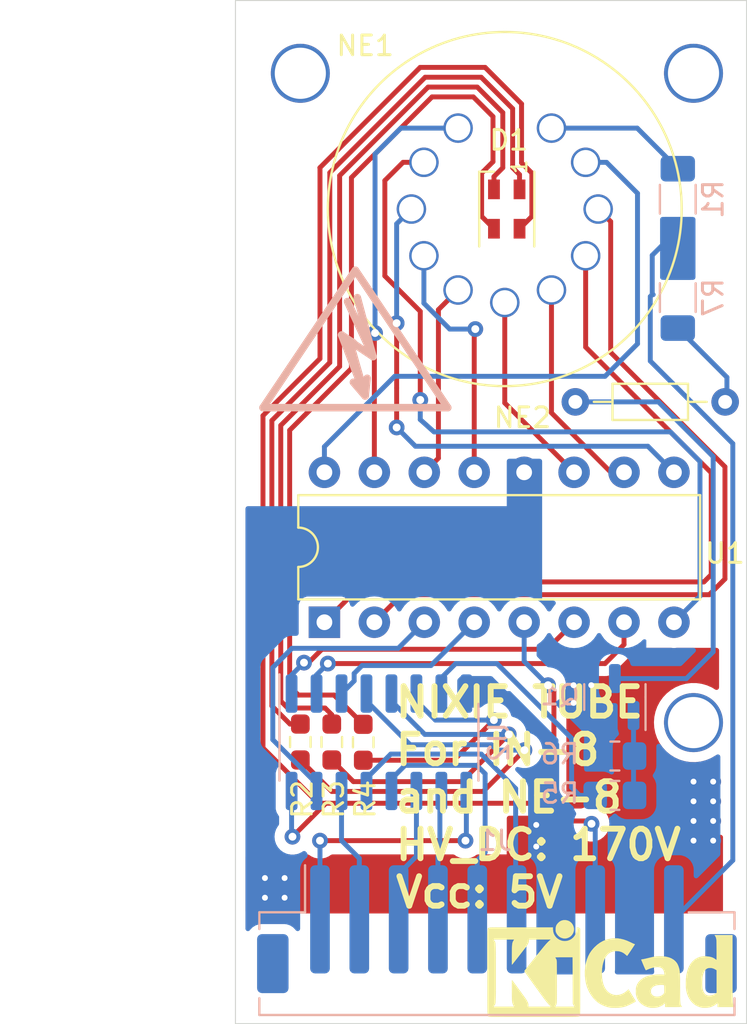
<source format=kicad_pcb>
(kicad_pcb (version 20211014) (generator pcbnew)
  (layers (0 "F.Cu" signal) (31 "B.Cu" signal) (34 "B.Paste" user) (35 "F.Paste" user) (36 "B.SilkS" user "B.Silkscreen") (37 "F.SilkS" user "F.Silkscreen") (38 "B.Mask" user) (39 "F.Mask" user) (44 "Edge.Cuts" user))
  (net 0 "")
  (net 1 "Net-(NE1-Pad11)")
  (net 2 "Net-(NE1-Pad10)")
  (net 3 "Net-(NE1-Pad9)")
  (net 4 "Net-(NE1-Pad8)")
  (net 5 "Net-(NE1-Pad7)")
  (net 6 "Net-(NE1-Pad6)")
  (net 7 "Net-(NE1-Pad5)")
  (net 8 "Net-(NE1-Pad4)")
  (net 9 "Net-(NE1-Pad3)")
  (net 10 "Net-(NE1-Pad2)")
  (net 11 "Net-(NE1-Pad1)")
  (net 12 "Net-(U1-Pad7)")
  (net 13 "Net-(U1-Pad6)")
  (net 14 "Net-(D1-Pad3)")
  (net 15 "+5V")
  (net 16 "Net-(U1-Pad4)")
  (net 17 "Net-(U1-Pad3)")
  (net 18 "Net-(D1-Pad2)")
  (net 19 "Net-(D1-Pad1)")
  (net 20 "/SER_OUT")
  (net 21 "/SER_IN")
  (net 22 "/SER_CLK")
  (net 23 "/SER_CLR")
  (net 24 "/LATCH")
  (net 25 "/EN")
  (net 26 "GND")
  (net 27 "/HV_DC")
  (net 28 "Net-(NE2-Pad1)")
  (net 29 "Net-(NE2-Pad2)")
  (net 30 "Net-(Q1-Pad1)")
  (net 31 "Net-(R2-Pad2)")
  (net 32 "Net-(R3-Pad2)")
  (net 33 "Net-(R4-Pad2)")
  (net 34 "Net-(R5-Pad1)")
  (footprint "NixieClock:IN-8" (layer "F.Cu") (at 33.5 38.9)
    (fp_text reference "NE1" (at -7.2 -8.3) (layer "F.SilkS"))
    (fp_text value "IN-8")
    (pad "1" thru_hole circle locked (at -2.475 -4.114) (size 1.5 1.5) (drill 1.25) (layers *.Cu *.Mask) (net 11 "Net-(NE1-Pad1)"))
    (pad "2" thru_hole circle locked (at -4.21381 -2.375329) (size 1.5 1.5) (drill 1.25) (layers *.Cu *.Mask) (net 10 "Net-(NE1-Pad2)"))
    (pad "3" thru_hole circle locked (at -4.850329 -0.00019) (size 1.5 1.5) (drill 1.25) (layers *.Cu *.Mask) (net 9 "Net-(NE1-Pad3)"))
    (pad "4" thru_hole circle locked (at -4.214 2.375) (size 1.5 1.5) (drill 1.25) (layers *.Cu *.Mask) (net 8 "Net-(NE1-Pad4)"))
    (pad "5" thru_hole circle locked (at -2.475329 4.11381) (size 1.5 1.5) (drill 1.25) (layers *.Cu *.Mask) (net 7 "Net-(NE1-Pad5)"))
    (pad "6" thru_hole circle locked (at -0.10019 4.750329) (size 1.5 1.5) (drill 1.25) (layers *.Cu *.Mask) (net 6 "Net-(NE1-Pad6)"))
    (pad "7" thru_hole circle locked (at 2.275 4.114) (size 1.5 1.5) (drill 1.25) (layers *.Cu *.Mask) (net 5 "Net-(NE1-Pad7)"))
    (pad "8" thru_hole circle locked (at 4.01381 2.375329) (size 1.5 1.5) (drill 1.25) (layers *.Cu *.Mask) (net 4 "Net-(NE1-Pad8)"))
    (pad "9" thru_hole circle locked (at 4.650329 0.00019) (size 1.5 1.5) (drill 1.25) (layers *.Cu *.Mask) (net 3 "Net-(NE1-Pad9)"))
    (pad "10" thru_hole circle locked (at 4.014 -2.375) (size 1.5 1.5) (drill 1.25) (layers *.Cu *.Mask) (net 2 "Net-(NE1-Pad10)"))
    (pad "11" thru_hole circle locked (at 2.275329 -4.11381) (size 1.5 1.5) (drill 1.25) (layers *.Cu *.Mask) (net 1 "Net-(NE1-Pad11)"))
  )
  (footprint "Package_DIP:DIP-16_W7.62mm" (layer "F.Cu") (at 24.225 59.9 90)
    (fp_text reference "U1" (at 3.5 20.375 180) (layer "F.SilkS"))
    (fp_text value "74141N")
    (pad "1" thru_hole rect locked (at 0 0 90) (size 1.6 1.6) (drill 0.8) (layers *.Cu *.Mask) (net 4 "Net-(NE1-Pad8)"))
    (pad "2" thru_hole oval locked (at 0 2.54 90) (size 1.6 1.6) (drill 0.8) (layers *.Cu *.Mask) (net 3 "Net-(NE1-Pad9)"))
    (pad "3" thru_hole oval locked (at 0 5.08 90) (size 1.6 1.6) (drill 0.8) (layers *.Cu *.Mask) (net 17 "Net-(U1-Pad3)"))
    (pad "4" thru_hole oval locked (at 0 7.62 90) (size 1.6 1.6) (drill 0.8) (layers *.Cu *.Mask) (net 16 "Net-(U1-Pad4)"))
    (pad "5" thru_hole oval locked (at 0 10.16 90) (size 1.6 1.6) (drill 0.8) (layers *.Cu *.Mask) (net 15 "+5V"))
    (pad "6" thru_hole oval locked (at 0 12.7 90) (size 1.6 1.6) (drill 0.8) (layers *.Cu *.Mask) (net 13 "Net-(U1-Pad6)"))
    (pad "7" thru_hole oval locked (at 0 15.24 90) (size 1.6 1.6) (drill 0.8) (layers *.Cu *.Mask) (net 12 "Net-(U1-Pad7)"))
    (pad "8" thru_hole oval locked (at 0 17.78 90) (size 1.6 1.6) (drill 0.8) (layers *.Cu *.Mask) (net 10 "Net-(NE1-Pad2)"))
    (pad "9" thru_hole oval locked (at 7.62 17.78 90) (size 1.6 1.6) (drill 0.8) (layers *.Cu *.Mask) (net 9 "Net-(NE1-Pad3)"))
    (pad "10" thru_hole oval locked (at 7.62 15.24 90) (size 1.6 1.6) (drill 0.8) (layers *.Cu *.Mask) (net 5 "Net-(NE1-Pad7)"))
    (pad "11" thru_hole oval locked (at 7.62 12.7 90) (size 1.6 1.6) (drill 0.8) (layers *.Cu *.Mask) (net 6 "Net-(NE1-Pad6)"))
    (pad "12" thru_hole oval locked (at 7.62 10.16 90) (size 1.6 1.6) (drill 0.8) (layers *.Cu *.Mask) (net 26 "GND"))
    (pad "13" thru_hole oval locked (at 7.62 7.62 90) (size 1.6 1.6) (drill 0.8) (layers *.Cu *.Mask) (net 8 "Net-(NE1-Pad4)"))
    (pad "14" thru_hole oval locked (at 7.62 5.08 90) (size 1.6 1.6) (drill 0.8) (layers *.Cu *.Mask) (net 7 "Net-(NE1-Pad5)"))
    (pad "15" thru_hole oval locked (at 7.62 2.54 90) (size 1.6 1.6) (drill 0.8) (layers *.Cu *.Mask) (net 11 "Net-(NE1-Pad1)"))
    (pad "16" thru_hole oval locked (at 7.62 0 90) (size 1.6 1.6) (drill 0.8) (layers *.Cu *.Mask) (net 2 "Net-(NE1-Pad10)"))
  )
  (footprint "Resistor_SMD:R_0603_1608Metric_Pad0.98x0.95mm_HandSolder" (layer "F.Cu") (at 26.2 66 -90)
    (fp_text reference "R4" (at 2.9 -0.1 -90) (layer "F.SilkS"))
    (fp_text value "100")
    (pad "1" smd roundrect locked (at -0.9125 0 270) (size 0.975 0.95) (layers "F.Cu" "F.Paste" "F.Mask") (net 14 "Net-(D1-Pad3)"))
    (pad "2" smd roundrect locked (at 0.9125 0 270) (size 0.975 0.95) (layers "F.Cu" "F.Paste" "F.Mask") (net 33 "Net-(R4-Pad2)"))
  )
  (footprint "Resistor_SMD:R_0603_1608Metric_Pad0.98x0.95mm_HandSolder" (layer "F.Cu") (at 24.6 65.9875 -90)
    (fp_text reference "R3" (at 2.9125 -0.1 90) (layer "F.SilkS"))
    (fp_text value "100")
    (pad "1" smd roundrect locked (at -0.9125 0 270) (size 0.975 0.95) (layers "F.Cu" "F.Paste" "F.Mask") (net 18 "Net-(D1-Pad2)"))
    (pad "2" smd roundrect locked (at 0.9125 0 270) (size 0.975 0.95) (layers "F.Cu" "F.Paste" "F.Mask") (net 32 "Net-(R3-Pad2)"))
  )
  (footprint "Resistor_SMD:R_0603_1608Metric_Pad0.98x0.95mm_HandSolder" (layer "F.Cu") (at 23 65.9875 -90)
    (fp_text reference "R2" (at 2.9125 -0.1 -90) (layer "F.SilkS"))
    (fp_text value "150")
    (pad "1" smd roundrect locked (at -0.9125 0 270) (size 0.975 0.95) (layers "F.Cu" "F.Paste" "F.Mask") (net 19 "Net-(D1-Pad1)"))
    (pad "2" smd roundrect locked (at 0.9125 0 270) (size 0.975 0.95) (layers "F.Cu" "F.Paste" "F.Mask") (net 31 "Net-(R2-Pad2)"))
  )
  (footprint "LED_SMD:LED_SK6805_PLCC4_2.4x2.7mm_P1.3mm" (layer "F.Cu") (at 33.5 38.9 -90)
    (fp_text reference "D1" (at -3.5 -0.1 180) (layer "F.SilkS"))
    (fp_text value "LED_RGBA")
    (fp_text user "1" (at -2.15 -0.65 90) (layer "F.SilkS") (effects (font (size 0.75 0.75) (thickness 0.12))))
    (pad "1" smd rect locked (at -1 -0.65 270) (size 1 0.6) (layers "F.Cu" "F.Paste" "F.Mask") (net 19 "Net-(D1-Pad1)"))
    (pad "2" smd rect locked (at -1 0.65 270) (size 1 0.6) (layers "F.Cu" "F.Paste" "F.Mask") (net 18 "Net-(D1-Pad2)"))
    (pad "3" smd rect locked (at 1 0.65 270) (size 1 0.6) (layers "F.Cu" "F.Paste" "F.Mask") (net 14 "Net-(D1-Pad3)"))
    (pad "4" smd rect locked (at 1 -0.65 270) (size 1 0.6) (layers "F.Cu" "F.Paste" "F.Mask") (net 15 "+5V"))
  )
  (footprint "Symbol:KiCad-Logo_5mm_SilkScreen" (layer "F.Cu") (at 38.794302 78.017938)
    (fp_text reference "REF**" hide)
    (fp_text value "KiCad-Logo_5mm_SilkScreen" hide)
  )
  (footprint "Resistor_THT:R_Axial_DIN0204_L3.6mm_D1.6mm_P7.62mm_Horizontal" (layer "F.Cu") (at 36.99 48.7)
    (fp_text reference "NE2" (at -2.69 0.8) (layer "F.SilkS"))
    (fp_text value "Lamp_Neon")
    (pad "1" thru_hole circle locked (at 0 0) (size 1.4 1.4) (drill 0.7) (layers *.Cu *.Mask) (net 28 "Net-(NE2-Pad1)"))
    (pad "2" thru_hole oval locked (at 7.62 0) (size 1.4 1.4) (drill 0.7) (layers *.Cu *.Mask) (net 29 "Net-(NE2-Pad2)"))
  )
  (footprint "Package_TO_SOT_SMD:SOT-23" (layer "B.Cu") (at 39 63.7 90)
    (fp_text reference "Q1" (at 0.1 -2.8 180) (layer "B.SilkS") (effects (justify mirror)))
    (fp_text value "MMBTA42")
    (pad "1" smd roundrect locked (at -0.9375 0.95 90) (size 1.475 0.6) (layers "B.Cu" "B.Paste" "B.Mask") (net 30 "Net-(Q1-Pad1)"))
    (pad "2" smd roundrect locked (at -0.9375 -0.95 90) (size 1.475 0.6) (layers "B.Cu" "B.Paste" "B.Mask") (net 26 "GND"))
    (pad "3" smd roundrect locked (at 0.9375 0 90) (size 1.475 0.6) (layers "B.Cu" "B.Paste" "B.Mask") (net 28 "Net-(NE2-Pad1)"))
  )
  (footprint "Resistor_SMD:R_0805_2012Metric_Pad1.20x1.40mm_HandSolder" (layer "B.Cu") (at 39 68.7)
    (fp_text reference "R5" (at -2.8 -0.1) (layer "B.SilkS") (effects (justify mirror)))
    (fp_text value "100k")
    (pad "1" smd roundrect locked (at -1 0) (size 1.2 1.4) (layers "B.Cu" "B.Paste" "B.Mask") (roundrect_rratio 0.2083333333) (net 34 "Net-(R5-Pad1)"))
    (pad "2" smd roundrect locked (at 1 0) (size 1.2 1.4) (layers "B.Cu" "B.Paste" "B.Mask") (roundrect_rratio 0.2083333333) (net 30 "Net-(Q1-Pad1)"))
  )
  (footprint "Connector_JST:JST_PH_B10B-PH-SM4-TB_1x10-1MP_P2.00mm_Vertical" (layer "B.Cu") (at 33 75.5)
    (fp_text reference "J1" (at -0.1 -4.5) (layer "B.SilkS") (effects (justify mirror)))
    (fp_text value "Conn_01x10")
    (pad "1" smd roundrect locked (at -9 -0.5) (size 1 5.5) (layers "B.Cu" "B.Paste" "B.Mask") (net 20 "/SER_OUT"))
    (pad "2" smd roundrect locked (at -7 -0.5) (size 1 5.5) (layers "B.Cu" "B.Paste" "B.Mask") (net 21 "/SER_IN"))
    (pad "3" smd roundrect locked (at -5 -0.5) (size 1 5.5) (layers "B.Cu" "B.Paste" "B.Mask") (net 22 "/SER_CLK"))
    (pad "4" smd roundrect locked (at -3 -0.5) (size 1 5.5) (layers "B.Cu" "B.Paste" "B.Mask") (net 23 "/SER_CLR"))
    (pad "5" smd roundrect locked (at -1 -0.5) (size 1 5.5) (layers "B.Cu" "B.Paste" "B.Mask") (net 24 "/LATCH"))
    (pad "6" smd roundrect locked (at 1 -0.5) (size 1 5.5) (layers "B.Cu" "B.Paste" "B.Mask") (net 25 "/EN"))
    (pad "7" smd roundrect locked (at 3 -0.5) (size 1 5.5) (layers "B.Cu" "B.Paste" "B.Mask") (net 26 "GND"))
    (pad "8" smd roundrect locked (at 5 -0.5) (size 1 5.5) (layers "B.Cu" "B.Paste" "B.Mask") (net 15 "+5V"))
    (pad "9" smd roundrect locked (at 7 -0.5) (size 1 5.5) (layers "B.Cu" "B.Paste" "B.Mask") (net 26 "GND"))
    (pad "10" smd roundrect locked (at 9 -0.5) (size 1 5.5) (layers "B.Cu" "B.Paste" "B.Mask") (net 27 "/HV_DC"))
    (pad "MP" smd roundrect locked (at -11.4 1.75) (size 1.6 3) (layers "B.Cu" "B.Paste" "B.Mask") (roundrect_rratio 0.15625))
    (pad "MP" smd roundrect locked (at 11.4 1.75) (size 1.6 3) (layers "B.Cu" "B.Paste" "B.Mask") (roundrect_rratio 0.15625))
  )
  (footprint "Resistor_SMD:R_0805_2012Metric_Pad1.20x1.40mm_HandSolder" (layer "B.Cu") (at 39 66.7)
    (fp_text reference "R6" (at -2.8 -0.1) (layer "B.SilkS") (effects (justify mirror)))
    (fp_text value "1M")
    (pad "1" smd roundrect locked (at -1 0) (size 1.2 1.4) (layers "B.Cu" "B.Paste" "B.Mask") (roundrect_rratio 0.2083333333) (net 26 "GND"))
    (pad "2" smd roundrect locked (at 1 0) (size 1.2 1.4) (layers "B.Cu" "B.Paste" "B.Mask") (roundrect_rratio 0.2083333333) (net 30 "Net-(Q1-Pad1)"))
  )
  (footprint "Package_SO:SOIC-16_3.9x9.9mm_P1.27mm" (layer "B.Cu") (at 27 66 -90)
    (fp_text reference "U2" (at 0 -6.1 -90) (layer "B.SilkS") (effects (justify mirror)))
    (fp_text value "74AHC595")
    (pad "1" smd roundrect locked (at -2.475 4.445 270) (size 1.95 0.6) (layers "B.Cu" "B.Paste" "B.Mask") (net 13 "Net-(U1-Pad6)"))
    (pad "2" smd roundrect locked (at -2.475 3.175 270) (size 1.95 0.6) (layers "B.Cu" "B.Paste" "B.Mask") (net 12 "Net-(U1-Pad7)"))
    (pad "3" smd roundrect locked (at -2.475 1.905 270) (size 1.95 0.6) (layers "B.Cu" "B.Paste" "B.Mask") (net 16 "Net-(U1-Pad4)"))
    (pad "4" smd roundrect locked (at -2.475 0.635 270) (size 1.95 0.6) (layers "B.Cu" "B.Paste" "B.Mask") (net 31 "Net-(R2-Pad2)"))
    (pad "5" smd roundrect locked (at -2.475 -0.635 270) (size 1.95 0.6) (layers "B.Cu" "B.Paste" "B.Mask") (net 32 "Net-(R3-Pad2)"))
    (pad "6" smd roundrect locked (at -2.475 -1.905 270) (size 1.95 0.6) (layers "B.Cu" "B.Paste" "B.Mask") (net 33 "Net-(R4-Pad2)"))
    (pad "7" smd roundrect locked (at -2.475 -3.175 270) (size 1.95 0.6) (layers "B.Cu" "B.Paste" "B.Mask") (net 34 "Net-(R5-Pad1)"))
    (pad "8" smd roundrect locked (at -2.475 -4.445 270) (size 1.95 0.6) (layers "B.Cu" "B.Paste" "B.Mask") (net 26 "GND"))
    (pad "9" smd roundrect locked (at 2.475 -4.445 270) (size 1.95 0.6) (layers "B.Cu" "B.Paste" "B.Mask") (net 20 "/SER_OUT"))
    (pad "10" smd roundrect locked (at 2.475 -3.175 270) (size 1.95 0.6) (layers "B.Cu" "B.Paste" "B.Mask") (net 23 "/SER_CLR"))
    (pad "11" smd roundrect locked (at 2.475 -1.905 270) (size 1.95 0.6) (layers "B.Cu" "B.Paste" "B.Mask") (net 22 "/SER_CLK"))
    (pad "12" smd roundrect locked (at 2.475 -0.635 270) (size 1.95 0.6) (layers "B.Cu" "B.Paste" "B.Mask") (net 24 "/LATCH"))
    (pad "13" smd roundrect locked (at 2.475 0.635 270) (size 1.95 0.6) (layers "B.Cu" "B.Paste" "B.Mask") (net 25 "/EN"))
    (pad "14" smd roundrect locked (at 2.475 1.905 270) (size 1.95 0.6) (layers "B.Cu" "B.Paste" "B.Mask") (net 21 "/SER_IN"))
    (pad "15" smd roundrect locked (at 2.475 3.175 270) (size 1.95 0.6) (layers "B.Cu" "B.Paste" "B.Mask") (net 17 "Net-(U1-Pad3)"))
    (pad "16" smd roundrect locked (at 2.475 4.445 270) (size 1.95 0.6) (layers "B.Cu" "B.Paste" "B.Mask") (net 15 "+5V"))
  )
  (footprint "NixieClock:Symbol_HighVoltage_Type2_SilkScreen_VerySmall" (layer "B.Cu") (at 25.8 46.2 180)
    (fp_text reference "REF**" hide)
    (fp_text value "Symbol_HighVoltage_Type2_SilkScreen_VerySmall")
  )
  (footprint "Resistor_SMD:R_1206_3216Metric_Pad1.30x1.75mm_HandSolder" (layer "B.Cu") (at 42.2 43.4 -90)
    (fp_text reference "R7" (at 0 -1.8 90) (layer "B.SilkS") (effects (justify mirror)))
    (fp_text value "150k")
    (pad "1" smd roundrect locked (at -1.55 0 270) (size 1.3 1.75) (layers "B.Cu" "B.Paste" "B.Mask") (roundrect_rratio 0.1923076923) (net 27 "/HV_DC"))
    (pad "2" smd roundrect locked (at 1.55 0 270) (size 1.3 1.75) (layers "B.Cu" "B.Paste" "B.Mask") (roundrect_rratio 0.1923076923) (net 29 "Net-(NE2-Pad2)"))
  )
  (footprint "Resistor_SMD:R_1206_3216Metric_Pad1.30x1.75mm_HandSolder" (layer "B.Cu") (at 42.2 38.4 90)
    (fp_text reference "R1" (at 0 1.8 90) (layer "B.SilkS") (effects (justify mirror)))
    (fp_text value "8k")
    (pad "1" smd roundrect locked (at -1.55 0 90) (size 1.3 1.75) (layers "B.Cu" "B.Paste" "B.Mask") (roundrect_rratio 0.1923076923) (net 27 "/HV_DC"))
    (pad "2" smd roundrect locked (at 1.55 0 90) (size 1.3 1.75) (layers "B.Cu" "B.Paste" "B.Mask") (roundrect_rratio 0.1923076923) (net 1 "Net-(NE1-Pad11)"))
  )
  (gr_poly (pts (xy 45.7 80.3) (xy 19.7 80.3) (xy 19.7 28.3) (xy 45.7 28.3)) (layer "Edge.Cuts") (width 0.05) (fill none))
  (gr_text "NIXIE TUBE\nFor IN-8 \nand NE-8\nHV_DC: 170V\nVcc: 5V" (at 27.7 68.8) (layer "F.SilkS") (effects (font (size 1.5 1.5) (thickness 0.3)) (justify left)))
  (via (at 43 32) (size 3) (drill 2.6) (layers "F.Cu" "B.Cu") (net 0))
  (via (at 43 65) (size 3) (drill 2.6) (layers "F.Cu" "B.Cu") (net 0))
  (via (at 23 32) (size 3) (drill 2.6) (layers "F.Cu" "B.Cu") (net 0))
  (segment (start 40.13619 34.78619) (end 42.2 36.85) (width 0.25) (layer "B.Cu") (net 1))
  (segment (start 35.775329 34.78619) (end 40.13619 34.78619) (width 0.25) (layer "B.Cu") (net 1))
  (segment (start 27.8 47.4) (end 38.5 47.4) (width 0.25) (layer "B.Cu") (net 2))
  (segment (start 40.150969 38.101309) (end 38.57466 36.525) (width 0.25) (layer "B.Cu") (net 2))
  (segment (start 38.57466 36.525) (end 37.514 36.525) (width 0.25) (layer "B.Cu") (net 2))
  (segment (start 40.150969 45.749031) (end 40.150969 38.101309) (width 0.25) (layer "B.Cu") (net 2))
  (segment (start 38.5 47.4) (end 40.150969 45.749031) (width 0.25) (layer "B.Cu") (net 2))
  (segment (start 24.225 52.28) (end 24.225 50.975) (width 0.25) (layer "B.Cu") (net 2))
  (segment (start 24.225 50.975) (end 27.8 47.4) (width 0.25) (layer "B.Cu") (net 2))
  (segment (start 38.788321 39.538182) (end 38.150329 38.90019) (width 0.25) (layer "F.Cu") (net 3))
  (segment (start 44.6 57.7) (end 44.6 52) (width 0.25) (layer "F.Cu") (net 3))
  (segment (start 44.6 52) (end 38.788321 46.188321) (width 0.25) (layer "F.Cu") (net 3))
  (segment (start 43.8 58.5) (end 44.6 57.7) (width 0.25) (layer "F.Cu") (net 3))
  (segment (start 28.165 58.5) (end 43.8 58.5) (width 0.25) (layer "F.Cu") (net 3))
  (segment (start 26.765 59.9) (end 28.165 58.5) (width 0.25) (layer "F.Cu") (net 3))
  (segment (start 38.788321 46.188321) (end 38.788321 39.538182) (width 0.25) (layer "F.Cu") (net 3))
  (segment (start 43.9 57.481452) (end 43.9 52.301857) (width 0.25) (layer "F.Cu") (net 4))
  (segment (start 43.530963 57.850489) (end 43.9 57.481452) (width 0.25) (layer "F.Cu") (net 4))
  (segment (start 37.51381 45.915667) (end 37.51381 41.275329) (width 0.25) (layer "F.Cu") (net 4))
  (segment (start 24.225 59.9) (end 26.274511 57.850489) (width 0.25) (layer "F.Cu") (net 4))
  (segment (start 26.274511 57.850489) (end 43.530963 57.850489) (width 0.25) (layer "F.Cu") (net 4))
  (segment (start 43.9 52.301857) (end 37.51381 45.915667) (width 0.25) (layer "F.Cu") (net 4))
  (segment (start 38.798143 52.28) (end 39.465 52.28) (width 0.25) (layer "F.Cu") (net 5))
  (segment (start 35.775 49.256857) (end 38.798143 52.28) (width 0.25) (layer "F.Cu") (net 5))
  (segment (start 35.775 43.014) (end 35.775 49.256857) (width 0.25) (layer "F.Cu") (net 5))
  (segment (start 33.39981 43.650329) (end 33.39981 48.75481) (width 0.25) (layer "F.Cu") (net 6))
  (segment (start 33.39981 48.75481) (end 36.925 52.28) (width 0.25) (layer "F.Cu") (net 6))
  (segment (start 31.024671 43.01381) (end 30.024501 44.01398) (width 0.25) (layer "F.Cu") (net 7))
  (segment (start 30.024501 44.01398) (end 30.024501 51.560499) (width 0.25) (layer "F.Cu") (net 7))
  (segment (start 30.024501 51.560499) (end 29.305 52.28) (width 0.25) (layer "F.Cu") (net 7))
  (segment (start 31.9 45) (end 31.845 45.055) (width 0.25) (layer "F.Cu") (net 8))
  (segment (start 31.845 45.055) (end 31.845 52.28) (width 0.25) (layer "F.Cu") (net 8))
  (via (at 31.9 45) (size 0.8) (drill 0.4) (layers "F.Cu" "B.Cu") (net 8))
  (segment (start 29.286 41.275) (end 29.286 43.686) (width 0.25) (layer "B.Cu") (net 8))
  (segment (start 30.6 45) (end 31.9 45) (width 0.25) (layer "B.Cu") (net 8))
  (segment (start 29.286 43.686) (end 30.6 45) (width 0.25) (layer "B.Cu") (net 8))
  (segment (start 27.899671 47.992886) (end 27.899671 44.699671) (width 0.25) (layer "F.Cu") (net 9))
  (segment (start 27.9 50) (end 27.899671 47.992886) (width 0.25) (layer "F.Cu") (net 9))
  (via (at 27.9 50) (size 0.8) (drill 0.4) (layers "F.Cu" "B.Cu") (net 9))
  (via (at 27.899671 44.699671) (size 0.8) (drill 0.4) (layers "F.Cu" "B.Cu") (net 9))
  (segment (start 42.005 52.28) (end 40.680489 50.955489) (width 0.25) (layer "B.Cu") (net 9))
  (segment (start 27.899671 44.999671) (end 27.9 45) (width 0.25) (layer "B.Cu") (net 9))
  (segment (start 28.649671 38.89981) (end 27.899671 39.64981) (width 0.25) (layer "B.Cu") (net 9))
  (segment (start 27.899671 39.64981) (end 27.899671 44.699671) (width 0.25) (layer "B.Cu") (net 9))
  (segment (start 40.680489 50.955489) (end 28.855489 50.955489) (width 0.25) (layer "B.Cu") (net 9))
  (segment (start 28.855489 50.955489) (end 27.9 50) (width 0.25) (layer "B.Cu") (net 9))
  (segment (start 27.899671 44.699671) (end 27.899671 44.999671) (width 0.25) (layer "B.Cu") (net 9))
  (segment (start 28.22553 36.524671) (end 27.3 37.450201) (width 0.25) (layer "F.Cu") (net 10))
  (segment (start 29.1 44.1) (end 27.3 42.3) (width 0.25) (layer "F.Cu") (net 10))
  (segment (start 29.1 48.6) (end 29.1 44.1) (width 0.25) (layer "F.Cu") (net 10))
  (segment (start 29.28619 36.524671) (end 28.22553 36.524671) (width 0.25) (layer "F.Cu") (net 10))
  (segment (start 27.3 37.450201) (end 27.3 42.3) (width 0.25) (layer "F.Cu") (net 10))
  (via (at 29.1 48.6) (size 0.8) (drill 0.4) (layers "F.Cu" "B.Cu") (net 10))
  (segment (start 29.1 49.6) (end 29.1 48.6) (width 0.25) (layer "B.Cu") (net 10))
  (segment (start 43.329511 51.731368) (end 41.822654 50.224511) (width 0.25) (layer "B.Cu") (net 10))
  (segment (start 29.8 50.224511) (end 29.1 49.6) (width 0.25) (layer "B.Cu") (net 10))
  (segment (start 43.329511 58.575489) (end 43.329511 51.731368) (width 0.25) (layer "B.Cu") (net 10))
  (segment (start 42.005 59.9) (end 43.329511 58.575489) (width 0.25) (layer "B.Cu") (net 10))
  (segment (start 41.822654 50.224511) (end 29.8 50.224511) (width 0.25) (layer "B.Cu") (net 10))
  (segment (start 26.765 45.235) (end 26.8 45.2) (width 0.25) (layer "F.Cu") (net 11))
  (segment (start 26.765 45.335) (end 26.765 45.235) (width 0.25) (layer "F.Cu") (net 11))
  (segment (start 26.765 52.28) (end 26.765 45.335) (width 0.25) (layer "F.Cu") (net 11))
  (via (at 26.8 45.2) (size 0.8) (drill 0.4) (layers "F.Cu" "B.Cu") (net 11))
  (segment (start 28.114 34.786) (end 31.025 34.786) (width 0.25) (layer "B.Cu") (net 11))
  (segment (start 26.8 45.2) (end 26.8 36.1) (width 0.25) (layer "B.Cu") (net 11))
  (segment (start 26.8 36.1) (end 28.114 34.786) (width 0.25) (layer "B.Cu") (net 11))
  (segment (start 39.465 61.035) (end 39.465 59.9) (width 0.25) (layer "F.Cu") (net 12))
  (segment (start 38.5 62) (end 39.465 61.035) (width 0.25) (layer "F.Cu") (net 12))
  (segment (start 24.4 62) (end 38.5 62) (width 0.25) (layer "F.Cu") (net 12))
  (via (at 24.4 62) (size 0.8) (drill 0.4) (layers "F.Cu" "B.Cu") (net 12))
  (segment (start 23.825 63.525) (end 23.825 62.575) (width 0.25) (layer "B.Cu") (net 12))
  (segment (start 23.825 62.575) (end 24.4 62) (width 0.25) (layer "B.Cu") (net 12))
  (segment (start 24.098575 61.272299) (end 23.418663 61.952211) (width 0.25) (layer "F.Cu") (net 13))
  (segment (start 36.925 59.9) (end 35.552701 61.272299) (width 0.25) (layer "F.Cu") (net 13))
  (segment (start 35.552701 61.272299) (end 24.098575 61.272299) (width 0.25) (layer "F.Cu") (net 13))
  (segment (start 23.418663 61.952211) (end 23.185833 61.952211) (width 0.25) (layer "F.Cu") (net 13))
  (via (at 23.185833 61.952211) (size 0.8) (drill 0.4) (layers "F.Cu" "B.Cu") (net 13))
  (segment (start 22.555 63.525) (end 22.555 62.583044) (width 0.25) (layer "B.Cu") (net 13))
  (segment (start 22.555 63.525) (end 22.555 63.144402) (width 0.25) (layer "B.Cu") (net 13))
  (segment (start 22.555 62.583044) (end 23.185833 61.952211) (width 0.25) (layer "B.Cu") (net 13))
  (segment (start 22.555 63.144402) (end 22.6 63.099402) (width 0.25) (layer "B.Cu") (net 13))
  (segment (start 22.458133 63.158133) (end 22.9 63.6) (width 0.25) (layer "F.Cu") (net 14))
  (segment (start 32.8 34.2) (end 31.8 33.2) (width 0.25) (layer "F.Cu") (net 14))
  (segment (start 31.8 33.2) (end 29.7 33.2) (width 0.25) (layer "F.Cu") (net 14))
  (segment (start 32.222289 39.272289) (end 32.222289 37.072289) (width 0.25) (layer "F.Cu") (net 14))
  (segment (start 32.85 39.9) (end 32.222289 39.272289) (width 0.25) (layer "F.Cu") (net 14))
  (segment (start 29.7 33.2) (end 25.6 37.3) (width 0.25) (layer "F.Cu") (net 14))
  (segment (start 22.458133 50.141867) (end 22.458133 63.158133) (width 0.25) (layer "F.Cu") (net 14))
  (segment (start 24.7125 63.6) (end 26.2 65.0875) (width 0.25) (layer "F.Cu") (net 14))
  (segment (start 25.6 37.3) (end 25.6 47) (width 0.25) (layer "F.Cu") (net 14))
  (segment (start 32.8 36.494578) (end 32.8 34.2) (width 0.25) (layer "F.Cu") (net 14))
  (segment (start 25.6 47) (end 22.458133 50.141867) (width 0.25) (layer "F.Cu") (net 14))
  (segment (start 22.9 63.6) (end 24.7125 63.6) (width 0.25) (layer "F.Cu") (net 14))
  (segment (start 32.222289 37.072289) (end 32.8 36.494578) (width 0.25) (layer "F.Cu") (net 14))
  (segment (start 34.252711 33.552711) (end 32.4 31.7) (width 0.25) (layer "F.Cu") (net 15))
  (segment (start 34.777711 39.272289) (end 34.777711 37.072289) (width 0.25) (layer "F.Cu") (net 15))
  (segment (start 29.094578 31.7) (end 23.997289 36.797289) (width 0.25) (layer "F.Cu") (net 15))
  (segment (start 34.15 39.9) (end 34.777711 39.272289) (width 0.25) (layer "F.Cu") (net 15))
  (segment (start 35.4 69.1) (end 24.3 69.1) (width 0.25) (layer "F.Cu") (net 15))
  (segment (start 32.4 31.7) (end 29.094578 31.7) (width 0.25) (layer "F.Cu") (net 15))
  (segment (start 34.777711 37.072289) (end 34.252711 36.547289) (width 0.25) (layer "F.Cu") (net 15))
  (segment (start 37.812389 70.141513) (end 37.670876 70) (width 0.25) (layer "F.Cu") (net 15))
  (segment (start 21.1 49.4) (end 21.1 66.286841) (width 0.25) (layer "F.Cu") (net 15))
  (segment (start 37.670876 70) (end 36.3 70) (width 0.25) (layer "F.Cu") (net 15))
  (segment (start 35.9 69.6) (end 36.3 70) (width 0.25) (layer "F.Cu") (net 15))
  (segment (start 21.1 66.286841) (end 23.913159 69.1) (width 0.25) (layer "F.Cu") (net 15))
  (segment (start 24 36.8) (end 24 46.5) (width 0.25) (layer "F.Cu") (net 15))
  (segment (start 23.913159 69.1) (end 24.3 69.1) (width 0.25) (layer "F.Cu") (net 15))
  (segment (start 34.252711 36.547289) (end 34.252711 33.552711) (width 0.25) (layer "F.Cu") (net 15))
  (segment (start 24 46.5) (end 21.1 49.4) (width 0.25) (layer "F.Cu") (net 15))
  (segment (start 36.3 70) (end 35.4 69.1) (width 0.25) (layer "F.Cu") (net 15))
  (segment (start 23.997289 36.797289) (end 24 36.8) (width 0.25) (layer "F.Cu") (net 15))
  (segment (start 24.3 69.1) (end 23.4 70) (width 0.25) (layer "F.Cu") (net 15))
  (segment (start 35.6 63.1) (end 35.9 63.4) (width 0.25) (layer "F.Cu") (net 15))
  (segment (start 35.9 63.4) (end 35.9 69.6) (width 0.25) (layer "F.Cu") (net 15))
  (segment (start 23.4 70) (end 22.6 70.8) (width 0.25) (layer "F.Cu") (net 15))
  (via (at 37.812389 70.141513) (size 0.8) (drill 0.4) (layers "F.Cu" "B.Cu") (net 15))
  (via (at 35.6 63.1) (size 0.8) (drill 0.4) (layers "F.Cu" "B.Cu") (net 15))
  (via (at 22.6 70.8) (size 0.8) (drill 0.4) (layers "F.Cu" "B.Cu") (net 15))
  (segment (start 22.555 70.755) (end 22.6 70.8) (width 0.25) (layer "B.Cu") (net 15))
  (segment (start 34.385 59.9) (end 34.385 61.885) (width 0.25) (layer "B.Cu") (net 15))
  (segment (start 38 75) (end 38 70.329124) (width 0.25) (layer "B.Cu") (net 15))
  (segment (start 38 70.329124) (end 37.812389 70.141513) (width 0.25) (layer "B.Cu") (net 15))
  (segment (start 34.385 61.885) (end 35.6 63.1) (width 0.25) (layer "B.Cu") (net 15))
  (segment (start 22.555 68.475) (end 22.555 70.755) (width 0.25) (layer "B.Cu") (net 15))
  (segment (start 29.645 62.1) (end 31.845 59.9) (width 0.25) (layer "B.Cu") (net 16))
  (segment (start 25.73728 62.88272) (end 25.73728 62.502122) (width 0.25) (layer "B.Cu") (net 16))
  (segment (start 26.139402 62.1) (end 29.645 62.1) (width 0.25) (layer "B.Cu") (net 16))
  (segment (start 25.095 63.525) (end 25.73728 62.88272) (width 0.25) (layer "B.Cu") (net 16))
  (segment (start 25.73728 62.502122) (end 26.139402 62.1) (width 0.25) (layer "B.Cu") (net 16))
  (segment (start 23.825 68.094402) (end 23.825 68.475) (width 0.25) (layer "B.Cu") (net 17))
  (segment (start 27.98049 61.22451) (end 22.57549 61.22451) (width 0.25) (layer "B.Cu") (net 17))
  (segment (start 21.6 65.869402) (end 23.825 68.094402) (width 0.25) (layer "B.Cu") (net 17))
  (segment (start 22.57549 61.22451) (end 21.6 62.2) (width 0.25) (layer "B.Cu") (net 17))
  (segment (start 29.305 59.9) (end 27.98049 61.22451) (width 0.25) (layer "B.Cu") (net 17))
  (segment (start 21.6 62.2) (end 21.6 65.869402) (width 0.25) (layer "B.Cu") (net 17))
  (segment (start 25 46.9) (end 25 37.2) (width 0.25) (layer "F.Cu") (net 18))
  (segment (start 32.85 37.25) (end 32.85 37.9) (width 0.25) (layer "F.Cu") (net 18))
  (segment (start 32 32.7) (end 33.3 34) (width 0.25) (layer "F.Cu") (net 18))
  (segment (start 24.25978 64.25978) (end 22.35978 64.25978) (width 0.25) (layer "F.Cu") (net 18))
  (segment (start 25 37.2) (end 29.5 32.7) (width 0.25) (layer "F.Cu") (net 18))
  (segment (start 22.35978 64.25978) (end 22.005422 63.905422) (width 0.25) (layer "F.Cu") (net 18))
  (segment (start 24.6 64.6) (end 24.25978 64.25978) (width 0.25) (layer "F.Cu") (net 18))
  (segment (start 24.6 65.075) (end 24.6 64.6) (width 0.25) (layer "F.Cu") (net 18))
  (segment (start 33.3 34) (end 33.3 36.8) (width 0.25) (layer "F.Cu") (net 18))
  (segment (start 29.5 32.7) (end 32 32.7) (width 0.25) (layer "F.Cu") (net 18))
  (segment (start 22.005422 49.894578) (end 25 46.9) (width 0.25) (layer "F.Cu") (net 18))
  (segment (start 22.005422 63.905422) (end 22.005422 49.894578) (width 0.25) (layer "F.Cu") (net 18))
  (segment (start 33.3 36.8) (end 32.85 37.25) (width 0.25) (layer "F.Cu") (net 18))
  (segment (start 33.8 36.8) (end 34.15 37.15) (width 0.25) (layer "F.Cu") (net 19))
  (segment (start 21.552711 49.647289) (end 24.5 46.7) (width 0.25) (layer "F.Cu") (net 19))
  (segment (start 34.15 37.15) (end 34.15 37.9) (width 0.25) (layer "F.Cu") (net 19))
  (segment (start 22.475 65.075) (end 21.552711 64.152711) (width 0.25) (layer "F.Cu") (net 19))
  (segment (start 33.8 33.8) (end 33.8 36.8) (width 0.25) (layer "F.Cu") (net 19))
  (segment (start 29.35 32.2) (end 32.2 32.2) (width 0.25) (layer "F.Cu") (net 19))
  (segment (start 23 65.075) (end 22.475 65.075) (width 0.25) (layer "F.Cu") (net 19))
  (segment (start 24.5 46.7) (end 24.5 37.05) (width 0.25) (layer "F.Cu") (net 19))
  (segment (start 24.5 37.05) (end 29.35 32.2) (width 0.25) (layer "F.Cu") (net 19))
  (segment (start 21.552711 64.152711) (end 21.552711 49.647289) (width 0.25) (layer "F.Cu") (net 19))
  (segment (start 32.2 32.2) (end 33.8 33.8) (width 0.25) (layer "F.Cu") (net 19))
  (segment (start 24 71) (end 31.4 71) (width 0.25) (layer "F.Cu") (net 20))
  (via (at 31.4 71) (size 0.8) (drill 0.4) (layers "F.Cu" "B.Cu") (net 20))
  (via (at 24 71) (size 0.8) (drill 0.4) (layers "F.Cu" "B.Cu") (net 20))
  (segment (start 31.445 70.955) (end 31.4 71) (width 0.25) (layer "B.Cu") (net 20))
  (segment (start 31.445 68.475) (end 31.445 70.955) (width 0.25) (layer "B.Cu") (net 20))
  (segment (start 24 75) (end 24 71) (width 0.25) (layer "B.Cu") (net 20))
  (segment (start 25.095 70.995) (end 25.095 68.475) (width 0.25) (layer "B.Cu") (net 21))
  (segment (start 26 71.9) (end 25.095 70.995) (width 0.25) (layer "B.Cu") (net 21))
  (segment (start 26 75) (end 26 71.9) (width 0.25) (layer "B.Cu") (net 21))
  (segment (start 28 75) (end 28 72.7) (width 0.25) (layer "B.Cu") (net 22))
  (segment (start 28 72.7) (end 28.905 71.795) (width 0.25) (layer "B.Cu") (net 22))
  (segment (start 28.905 71.795) (end 28.905 68.475) (width 0.25) (layer "B.Cu") (net 22))
  (segment (start 30 75) (end 30 71.8) (width 0.25) (layer "B.Cu") (net 23))
  (segment (start 30.1 68.55) (end 30.1 71.7) (width 0.25) (layer "B.Cu") (net 23))
  (segment (start 30.175 68.475) (end 30.1 68.55) (width 0.25) (layer "B.Cu") (net 23))
  (segment (start 30 71.8) (end 30.1 71.7) (width 0.25) (layer "B.Cu") (net 23))
  (segment (start 32.4 71.6) (end 32.4 67.6) (width 0.25) (layer "B.Cu") (net 24))
  (segment (start 32.4 67.6) (end 31.97228 67.17228) (width 0.25) (layer "B.Cu") (net 24))
  (segment (start 28.32772 67.17228) (end 27.635 67.865) (width 0.25) (layer "B.Cu") (net 24))
  (segment (start 32 75) (end 32 72) (width 0.25) (layer "B.Cu") (net 24))
  (segment (start 31.97228 67.17228) (end 28.32772 67.17228) (width 0.25) (layer "B.Cu") (net 24))
  (segment (start 27.635 67.865) (end 27.635 68.475) (width 0.25) (layer "B.Cu") (net 24))
  (segment (start 32 72) (end 32.4 71.6) (width 0.25) (layer "B.Cu") (net 24))
  (segment (start 26.365 68.475) (end 26.365 67.835) (width 0.25) (layer "B.Cu") (net 25))
  (segment (start 26.365 67.835) (end 27.6 66.6) (width 0.25) (layer "B.Cu") (net 25))
  (segment (start 32.2 66.6) (end 33.952711 68.352711) (width 0.25) (layer "B.Cu") (net 25))
  (segment (start 33.952711 74.952711) (end 34 75) (width 0.25) (layer "B.Cu") (net 25))
  (segment (start 33.952711 68.352711) (end 33.952711 74.952711) (width 0.25) (layer "B.Cu") (net 25))
  (segment (start 27.6 66.6) (end 32.2 66.6) (width 0.25) (layer "B.Cu") (net 25))
  (via (at 22.2 72.9) (size 0.8) (drill 0.3) (layers "F.Cu" "B.Cu") (net 26))
  (via (at 35 70.2) (size 0.8) (drill 0.3) (layers "F.Cu" "B.Cu") (net 26))
  (via (at 36.9 63.1) (size 0.8) (drill 0.3) (layers "F.Cu" "B.Cu") (net 26))
  (via (at 22.2 73.9) (size 0.8) (drill 0.3) (layers "F.Cu" "B.Cu") (net 26))
  (via (at 44 69) (size 0.8) (drill 0.3) (layers "F.Cu" "B.Cu") (net 26))
  (via (at 43 71) (size 0.8) (drill 0.3) (layers "F.Cu" "B.Cu") (net 26))
  (via (at 43 68) (size 0.8) (drill 0.3) (layers "F.Cu" "B.Cu") (net 26))
  (via (at 21.2 72.9) (size 0.8) (drill 0.3) (layers "F.Cu" "B.Cu") (net 26))
  (via (at 43 70) (size 0.8) (drill 0.3) (layers "F.Cu" "B.Cu") (net 26))
  (via (at 44 68) (size 0.8) (drill 0.3) (layers "F.Cu" "B.Cu") (net 26))
  (via (at 36.9 64) (size 0.8) (drill 0.3) (layers "F.Cu" "B.Cu") (net 26))
  (via (at 21.2 73.9) (size 0.8) (drill 0.3) (layers "F.Cu" "B.Cu") (net 26))
  (via (at 37.8 63.1) (size 0.8) (drill 0.3) (layers "F.Cu" "B.Cu") (net 26))
  (via (at 44 70) (size 0.8) (drill 0.3) (layers "F.Cu" "B.Cu") (net 26))
  (via (at 35 71.3) (size 0.8) (drill 0.3) (layers "F.Cu" "B.Cu") (net 26))
  (via (at 43 69) (size 0.8) (drill 0.3) (layers "F.Cu" "B.Cu") (net 26))
  (via (at 44 71) (size 0.8) (drill 0.3) (layers "F.Cu" "B.Cu") (net 26))
  (segment (start 36 65.9) (end 33.625 63.525) (width 0.25) (layer "B.Cu") (net 26))
  (segment (start 38.05 64.6375) (end 38.05 66.65) (width 0.25) (layer "B.Cu") (net 26))
  (segment (start 36 75) (end 36 65.9) (width 0.25) (layer "B.Cu") (net 26))
  (segment (start 33.625 63.525) (end 31.445 63.525) (width 0.25) (layer "B.Cu") (net 26))
  (segment (start 38.05 66.65) (end 38 66.7) (width 0.25) (layer "B.Cu") (net 26))
  (segment (start 40.80048 43.34904) (end 40.9 43.24952) (width 0.25) (layer "B.Cu") (net 27))
  (segment (start 45 72) (end 45 50.821721) (width 0.25) (layer "B.Cu") (net 27))
  (segment (start 40.9 41.25) (end 40.9 43.2) (width 0.25) (layer "B.Cu") (net 27))
  (segment (start 42.2 39.95) (end 40.9 41.25) (width 0.25) (layer "B.Cu") (net 27))
  (segment (start 40.80048 46.622201) (end 40.80048 43.34904) (width 0.25) (layer "B.Cu") (net 27))
  (segment (start 40.9 43.2) (end 40.94952 43.24952) (width 0.25) (layer "B.Cu") (net 27))
  (segment (start 45 50.821721) (end 40.80048 46.622201) (width 0.25) (layer "B.Cu") (net 27))
  (segment (start 42 75) (end 45 72) (width 0.25) (layer "B.Cu") (net 27))
  (segment (start 42.6375 62.7625) (end 44 61.4) (width 0.25) (layer "B.Cu") (net 28))
  (segment (start 37.39 49) (end 37.39 48.7) (width 0.25) (layer "B.Cu") (net 28))
  (segment (start 37.39 48.7) (end 41.216691 48.7) (width 0.25) (layer "B.Cu") (net 28))
  (segment (start 39 62.7625) (end 42.6375 62.7625) (width 0.25) (layer "B.Cu") (net 28))
  (segment (start 41.216691 48.7) (end 44 51.483309) (width 0.25) (layer "B.Cu") (net 28))
  (segment (start 44 51.483309) (end 44 61.4) (width 0.25) (layer "B.Cu") (net 28))
  (segment (start 42.2 44.95) (end 44.7 47.45) (width 0.25) (layer "B.Cu") (net 29))
  (segment (start 44.7 48.69) (end 45.01 49) (width 0.25) (layer "B.Cu") (net 29))
  (segment (start 44.7 47.45) (end 44.7 48.69) (width 0.25) (layer "B.Cu") (net 29))
  (segment (start 39.95 68.65) (end 40 68.7) (width 0.25) (layer "B.Cu") (net 30))
  (segment (start 39.95 64.6375) (end 39.95 68.65) (width 0.25) (layer "B.Cu") (net 30))
  (segment (start 32.3 68.5) (end 34.4 66.4) (width 0.25) (layer "F.Cu") (net 31))
  (segment (start 24.6 68.5) (end 32.3 68.5) (width 0.25) (layer "F.Cu") (net 31))
  (segment (start 23 66.9) (end 24.6 68.5) (width 0.25) (layer "F.Cu") (net 31))
  (via (at 34.4 66.4) (size 0.8) (drill 0.4) (layers "F.Cu" "B.Cu") (net 31))
  (segment (start 26.365 63.905598) (end 28.587103 66.127701) (width 0.25) (layer "B.Cu") (net 31))
  (segment (start 26.365 63.525) (end 26.365 63.905598) (width 0.25) (layer "B.Cu") (net 31))
  (segment (start 33 66.4) (end 34.4 66.4) (width 0.25) (layer "B.Cu") (net 31))
  (segment (start 28.587103 66.127701) (end 32.727701 66.127701) (width 0.25) (layer "B.Cu") (net 31))
  (segment (start 32.727701 66.127701) (end 33 66.4) (width 0.25) (layer "B.Cu") (net 31))
  (segment (start 24.6 66.9) (end 25.7 68) (width 0.25) (layer "F.Cu") (net 32))
  (segment (start 31.2 68) (end 33.6 65.6) (width 0.25) (layer "F.Cu") (net 32))
  (segment (start 25.7 68) (end 31.2 68) (width 0.25) (layer "F.Cu") (net 32))
  (via (at 33.6 65.6) (size 0.8) (drill 0.4) (layers "F.Cu" "B.Cu") (net 32))
  (segment (start 29.329402 65.6) (end 33.6 65.6) (width 0.25) (layer "B.Cu") (net 32))
  (segment (start 27.635 63.525) (end 27.635 63.905598) (width 0.25) (layer "B.Cu") (net 32))
  (segment (start 27.635 63.905598) (end 29.329402 65.6) (width 0.25) (layer "B.Cu") (net 32))
  (segment (start 30.80489 66.9125) (end 32.84509 64.8723) (width 0.25) (layer "F.Cu") (net 33))
  (segment (start 26.2 66.9125) (end 30.80489 66.9125) (width 0.25) (layer "F.Cu") (net 33))
  (via (at 32.84509 64.8723) (size 0.8) (drill 0.4) (layers "F.Cu" "B.Cu") (net 33))
  (segment (start 28.905 63.905598) (end 29.871702 64.8723) (width 0.25) (layer "B.Cu") (net 33))
  (segment (start 29.871702 64.8723) (end 32.84509 64.8723) (width 0.25) (layer "B.Cu") (net 33))
  (segment (start 28.905 63.525) (end 28.905 63.905598) (width 0.25) (layer "B.Cu") (net 33))
  (segment (start 33 62) (end 30.9 62) (width 0.25) (layer "B.Cu") (net 34))
  (segment (start 38 68.7) (end 37.2 68.7) (width 0.25) (layer "B.Cu") (net 34))
  (segment (start 30.2 62.7) (end 30.2 63.5) (width 0.25) (layer "B.Cu") (net 34))
  (segment (start 30.2 63.5) (end 30.175 63.525) (width 0.25) (layer "B.Cu") (net 34))
  (segment (start 30.9 62) (end 30.2 62.7) (width 0.25) (layer "B.Cu") (net 34))
  (segment (start 37.2 68.7) (end 36.8 68.3) (width 0.25) (layer "B.Cu") (net 34))
  (segment (start 36.8 68.3) (end 36.8 65.8) (width 0.25) (layer "B.Cu") (net 34))
  (segment (start 36.8 65.8) (end 33 62) (width 0.25) (layer "B.Cu") (net 34))
  (zone (net 26) (net_name "GND") (layer "F.Cu") (name "GND") (priority 10) (connect_pads yes (clearance 0.508)) (min_thickness 0.254) (fill yes (thermal_gap 0.508) (thermal_bridge_width 0.508))
    (polygon (pts (xy 44.5 74.7) (xy 20.2 74.7) (xy 20.2 71.7) (xy 33.5 71.7) (xy 33.5 70.7) (xy 44.5 70.7)))
  )
  (zone (net 26) (net_name "GND") (layer "F.Cu") (name "GND") (priority 10) (connect_pads yes (clearance 0.508)) (min_thickness 0.254) (fill yes (thermal_gap 0.508) (thermal_bridge_width 0.508))
    (polygon (pts (xy 44.3 71.7) (xy 33.5 71.7) (xy 33.5 61.2) (xy 44.3 61.2)))
  )
  (zone (net 27) (net_name "/HV_DC") (layer "B.Cu") (name "1") (connect_pads yes (clearance 0.508)) (min_thickness 0.254) (fill yes (thermal_gap 0.508) (thermal_bridge_width 0.508))
    (polygon (pts (xy 43.1 42.5) (xy 41.3 42.5) (xy 41.3 39.3) (xy 43.1 39.3)))
  )
  (zone (net 26) (net_name "GND") (layer "B.Cu") (name "GND") (priority 10) (connect_pads yes (clearance 0.508)) (min_thickness 0.254) (fill yes (thermal_gap 0.508) (thermal_bridge_width 0.508) (smoothing fillet) (radius 0.5))
    (polygon (pts (xy 35.3 58.8) (xy 40.6 58.8) (xy 40.6 61.2) (xy 45.7 61.2) (xy 45.7 77.8) (xy 19.7 77.8) (xy 19.7 54) (xy 33.5 54) (xy 33.5 51.2) (xy 35.3 51.2)))
  )
)
</source>
